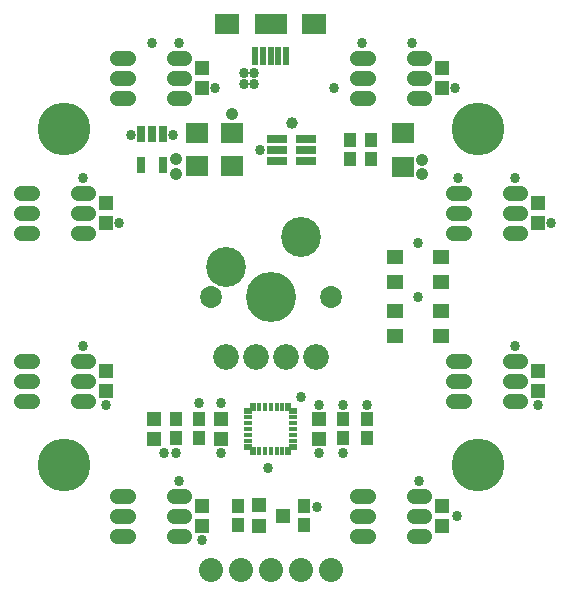
<source format=gts>
G75*
%MOIN*%
%OFA0B0*%
%FSLAX25Y25*%
%IPPOS*%
%LPD*%
%AMOC8*
5,1,8,0,0,1.08239X$1,22.5*
%
%ADD10C,0.16700*%
%ADD11C,0.07320*%
%ADD12C,0.08600*%
%ADD13C,0.13300*%
%ADD14R,0.02175X0.06112*%
%ADD15R,0.07687X0.06506*%
%ADD16R,0.10443X0.06506*%
%ADD17R,0.07874X0.06693*%
%ADD18R,0.10630X0.06693*%
%ADD19C,0.04931*%
%ADD20R,0.07698X0.06899*%
%ADD21R,0.07000X0.03000*%
%ADD22R,0.07687X0.06899*%
%ADD23R,0.04537X0.04931*%
%ADD24R,0.04143X0.04734*%
%ADD25R,0.05718X0.05128*%
%ADD26R,0.02765X0.05324*%
%ADD27C,0.08000*%
%ADD28R,0.02765X0.01781*%
%ADD29R,0.01781X0.02765*%
%ADD30R,0.02953X0.01969*%
%ADD31R,0.01969X0.02953*%
%ADD32R,0.05100X0.04600*%
%ADD33C,0.03969*%
%ADD34C,0.03378*%
%ADD35C,0.17600*%
%ADD36C,0.04165*%
D10*
X0103300Y0103300D03*
D11*
X0123300Y0103300D03*
X0083300Y0103300D03*
D12*
X0088300Y0083300D03*
X0098300Y0083300D03*
X0108300Y0083300D03*
X0118300Y0083300D03*
D13*
X0088300Y0113300D03*
X0113300Y0123300D03*
D14*
X0108418Y0183670D03*
X0105859Y0183670D03*
X0103300Y0183670D03*
X0100741Y0183670D03*
X0098182Y0183670D03*
D15*
X0088812Y0194300D03*
X0117788Y0194300D03*
D16*
X0103300Y0194300D03*
D17*
X0117804Y0194300D03*
X0088796Y0194300D03*
D18*
X0103300Y0194300D03*
D19*
X0132079Y0182993D02*
X0135623Y0182993D01*
X0132079Y0182993D02*
X0132079Y0182993D01*
X0135623Y0182993D01*
X0135623Y0182993D01*
X0135623Y0176300D02*
X0132079Y0176300D01*
X0132079Y0176300D01*
X0135623Y0176300D01*
X0135623Y0176300D01*
X0135623Y0169607D02*
X0132079Y0169607D01*
X0132079Y0169607D01*
X0135623Y0169607D01*
X0135623Y0169607D01*
X0150977Y0169607D02*
X0154521Y0169607D01*
X0150977Y0169607D02*
X0150977Y0169607D01*
X0154521Y0169607D01*
X0154521Y0169607D01*
X0154521Y0176300D02*
X0150977Y0176300D01*
X0150977Y0176300D01*
X0154521Y0176300D01*
X0154521Y0176300D01*
X0154521Y0182993D02*
X0150977Y0182993D01*
X0150977Y0182993D01*
X0154521Y0182993D01*
X0154521Y0182993D01*
X0164079Y0137993D02*
X0167623Y0137993D01*
X0164079Y0137993D02*
X0164079Y0137993D01*
X0167623Y0137993D01*
X0167623Y0137993D01*
X0167623Y0131300D02*
X0164079Y0131300D01*
X0164079Y0131300D01*
X0167623Y0131300D01*
X0167623Y0131300D01*
X0167623Y0124607D02*
X0164079Y0124607D01*
X0164079Y0124607D01*
X0167623Y0124607D01*
X0167623Y0124607D01*
X0182977Y0124607D02*
X0186521Y0124607D01*
X0182977Y0124607D02*
X0182977Y0124607D01*
X0186521Y0124607D01*
X0186521Y0124607D01*
X0186521Y0131300D02*
X0182977Y0131300D01*
X0182977Y0131300D01*
X0186521Y0131300D01*
X0186521Y0131300D01*
X0186521Y0137993D02*
X0182977Y0137993D01*
X0182977Y0137993D01*
X0186521Y0137993D01*
X0186521Y0137993D01*
X0186521Y0081993D02*
X0182977Y0081993D01*
X0182977Y0081993D01*
X0186521Y0081993D01*
X0186521Y0081993D01*
X0186521Y0075300D02*
X0182977Y0075300D01*
X0182977Y0075300D01*
X0186521Y0075300D01*
X0186521Y0075300D01*
X0186521Y0068607D02*
X0182977Y0068607D01*
X0182977Y0068607D01*
X0186521Y0068607D01*
X0186521Y0068607D01*
X0167623Y0068607D02*
X0164079Y0068607D01*
X0164079Y0068607D01*
X0167623Y0068607D01*
X0167623Y0068607D01*
X0167623Y0075300D02*
X0164079Y0075300D01*
X0164079Y0075300D01*
X0167623Y0075300D01*
X0167623Y0075300D01*
X0167623Y0081993D02*
X0164079Y0081993D01*
X0164079Y0081993D01*
X0167623Y0081993D01*
X0167623Y0081993D01*
X0154521Y0036993D02*
X0150977Y0036993D01*
X0150977Y0036993D01*
X0154521Y0036993D01*
X0154521Y0036993D01*
X0154521Y0030300D02*
X0150977Y0030300D01*
X0150977Y0030300D01*
X0154521Y0030300D01*
X0154521Y0030300D01*
X0154521Y0023607D02*
X0150977Y0023607D01*
X0150977Y0023607D01*
X0154521Y0023607D01*
X0154521Y0023607D01*
X0135623Y0023607D02*
X0132079Y0023607D01*
X0132079Y0023607D01*
X0135623Y0023607D01*
X0135623Y0023607D01*
X0135623Y0030300D02*
X0132079Y0030300D01*
X0132079Y0030300D01*
X0135623Y0030300D01*
X0135623Y0030300D01*
X0135623Y0036993D02*
X0132079Y0036993D01*
X0132079Y0036993D01*
X0135623Y0036993D01*
X0135623Y0036993D01*
X0074521Y0036993D02*
X0070977Y0036993D01*
X0070977Y0036993D01*
X0074521Y0036993D01*
X0074521Y0036993D01*
X0074521Y0030300D02*
X0070977Y0030300D01*
X0070977Y0030300D01*
X0074521Y0030300D01*
X0074521Y0030300D01*
X0074521Y0023607D02*
X0070977Y0023607D01*
X0070977Y0023607D01*
X0074521Y0023607D01*
X0074521Y0023607D01*
X0055623Y0023607D02*
X0052079Y0023607D01*
X0052079Y0023607D01*
X0055623Y0023607D01*
X0055623Y0023607D01*
X0055623Y0030300D02*
X0052079Y0030300D01*
X0052079Y0030300D01*
X0055623Y0030300D01*
X0055623Y0030300D01*
X0055623Y0036993D02*
X0052079Y0036993D01*
X0052079Y0036993D01*
X0055623Y0036993D01*
X0055623Y0036993D01*
X0042521Y0068607D02*
X0038977Y0068607D01*
X0038977Y0068607D01*
X0042521Y0068607D01*
X0042521Y0068607D01*
X0042521Y0075300D02*
X0038977Y0075300D01*
X0038977Y0075300D01*
X0042521Y0075300D01*
X0042521Y0075300D01*
X0042521Y0081993D02*
X0038977Y0081993D01*
X0038977Y0081993D01*
X0042521Y0081993D01*
X0042521Y0081993D01*
X0023623Y0081993D02*
X0020079Y0081993D01*
X0020079Y0081993D01*
X0023623Y0081993D01*
X0023623Y0081993D01*
X0023623Y0075300D02*
X0020079Y0075300D01*
X0020079Y0075300D01*
X0023623Y0075300D01*
X0023623Y0075300D01*
X0023623Y0068607D02*
X0020079Y0068607D01*
X0020079Y0068607D01*
X0023623Y0068607D01*
X0023623Y0068607D01*
X0023623Y0124607D02*
X0020079Y0124607D01*
X0020079Y0124607D01*
X0023623Y0124607D01*
X0023623Y0124607D01*
X0023623Y0131300D02*
X0020079Y0131300D01*
X0020079Y0131300D01*
X0023623Y0131300D01*
X0023623Y0131300D01*
X0023623Y0137993D02*
X0020079Y0137993D01*
X0020079Y0137993D01*
X0023623Y0137993D01*
X0023623Y0137993D01*
X0038977Y0137993D02*
X0042521Y0137993D01*
X0038977Y0137993D02*
X0038977Y0137993D01*
X0042521Y0137993D01*
X0042521Y0137993D01*
X0042521Y0131300D02*
X0038977Y0131300D01*
X0038977Y0131300D01*
X0042521Y0131300D01*
X0042521Y0131300D01*
X0042521Y0124607D02*
X0038977Y0124607D01*
X0038977Y0124607D01*
X0042521Y0124607D01*
X0042521Y0124607D01*
X0052079Y0169607D02*
X0055623Y0169607D01*
X0052079Y0169607D02*
X0052079Y0169607D01*
X0055623Y0169607D01*
X0055623Y0169607D01*
X0055623Y0176300D02*
X0052079Y0176300D01*
X0052079Y0176300D01*
X0055623Y0176300D01*
X0055623Y0176300D01*
X0055623Y0182993D02*
X0052079Y0182993D01*
X0052079Y0182993D01*
X0055623Y0182993D01*
X0055623Y0182993D01*
X0070977Y0182993D02*
X0074521Y0182993D01*
X0070977Y0182993D02*
X0070977Y0182993D01*
X0074521Y0182993D01*
X0074521Y0182993D01*
X0074521Y0176300D02*
X0070977Y0176300D01*
X0070977Y0176300D01*
X0074521Y0176300D01*
X0074521Y0176300D01*
X0074521Y0169607D02*
X0070977Y0169607D01*
X0070977Y0169607D01*
X0074521Y0169607D01*
X0074521Y0169607D01*
D20*
X0147300Y0157898D03*
X0147300Y0146702D03*
D21*
X0115200Y0148560D03*
X0115200Y0152300D03*
X0115200Y0156040D03*
X0105400Y0156040D03*
X0105400Y0152300D03*
X0105400Y0148560D03*
D22*
X0090300Y0146788D03*
X0090300Y0157812D03*
X0078800Y0157812D03*
X0078800Y0146788D03*
D23*
X0080300Y0172954D03*
X0080300Y0179646D03*
X0048300Y0134646D03*
X0048300Y0127954D03*
X0048300Y0078646D03*
X0048300Y0071954D03*
X0064300Y0062646D03*
X0064300Y0055954D03*
X0086800Y0055954D03*
X0086800Y0062646D03*
X0080300Y0033646D03*
X0080300Y0026954D03*
X0119300Y0055954D03*
X0119300Y0062646D03*
X0160300Y0033646D03*
X0160300Y0026954D03*
X0192300Y0071954D03*
X0192300Y0078646D03*
X0192300Y0127954D03*
X0192300Y0134646D03*
X0160300Y0172954D03*
X0160300Y0179646D03*
D24*
X0136800Y0155450D03*
X0136800Y0149150D03*
X0129800Y0149150D03*
X0129800Y0155450D03*
X0127300Y0062450D03*
X0127300Y0056150D03*
X0135300Y0056150D03*
X0135300Y0062450D03*
X0114300Y0033450D03*
X0114300Y0027150D03*
X0092300Y0027150D03*
X0092300Y0033450D03*
X0079300Y0056150D03*
X0079300Y0062450D03*
X0071800Y0062450D03*
X0071800Y0056150D03*
D25*
X0144623Y0090068D03*
X0144623Y0098532D03*
X0144623Y0108068D03*
X0144623Y0116532D03*
X0159977Y0116532D03*
X0159977Y0108068D03*
X0159977Y0098532D03*
X0159977Y0090068D03*
D26*
X0067540Y0147181D03*
X0060060Y0147181D03*
X0060060Y0157419D03*
X0063800Y0157419D03*
X0067540Y0157419D03*
D27*
X0083300Y0012300D03*
X0093300Y0012300D03*
X0103300Y0012300D03*
X0113300Y0012300D03*
X0123300Y0012300D03*
D28*
X0110682Y0055363D03*
X0110682Y0057331D03*
X0110682Y0059300D03*
X0110682Y0061269D03*
X0110682Y0063237D03*
X0095918Y0063237D03*
X0095918Y0061269D03*
X0095918Y0059300D03*
X0095918Y0057331D03*
X0095918Y0055363D03*
D29*
X0099363Y0051918D03*
X0101331Y0051918D03*
X0103300Y0051918D03*
X0105269Y0051918D03*
X0107237Y0051918D03*
X0107237Y0066682D03*
X0105269Y0066682D03*
X0103300Y0066682D03*
X0101331Y0066682D03*
X0099363Y0066682D03*
D30*
X0095918Y0065206D03*
X0095918Y0053394D03*
X0110682Y0053394D03*
X0110682Y0065206D03*
D31*
X0109206Y0066682D03*
X0097394Y0066682D03*
X0097394Y0051918D03*
X0109206Y0051918D03*
D32*
X0099300Y0033800D03*
X0107300Y0030300D03*
X0099300Y0026800D03*
D33*
X0110300Y0161300D03*
D34*
X0099800Y0152300D03*
X0084800Y0172800D03*
X0094300Y0174300D03*
X0094300Y0177800D03*
X0097800Y0177800D03*
X0097800Y0174300D03*
X0072800Y0187800D03*
X0063800Y0187800D03*
X0056800Y0157300D03*
X0070800Y0157300D03*
X0040800Y0142800D03*
X0052800Y0127800D03*
X0040800Y0086800D03*
X0048300Y0067300D03*
X0067800Y0051300D03*
X0071800Y0051300D03*
X0072800Y0041800D03*
X0086800Y0051300D03*
X0102300Y0046300D03*
X0119300Y0051300D03*
X0127300Y0051300D03*
X0127300Y0067300D03*
X0119300Y0067300D03*
X0113300Y0069800D03*
X0135300Y0067300D03*
X0152800Y0041800D03*
X0165300Y0030300D03*
X0192300Y0067300D03*
X0184800Y0086800D03*
X0152300Y0103300D03*
X0152300Y0121300D03*
X0165800Y0142800D03*
X0184800Y0142800D03*
X0196800Y0127800D03*
X0164800Y0172800D03*
X0150300Y0187800D03*
X0133800Y0187800D03*
X0124300Y0172800D03*
X0086800Y0067800D03*
X0079300Y0067800D03*
X0118800Y0033300D03*
X0080300Y0022300D03*
D35*
X0034300Y0047300D03*
X0034300Y0159300D03*
X0172300Y0159300D03*
X0172300Y0047300D03*
D36*
X0153800Y0144300D03*
X0153800Y0148800D03*
X0090300Y0164300D03*
X0071800Y0149300D03*
X0071800Y0144300D03*
M02*

</source>
